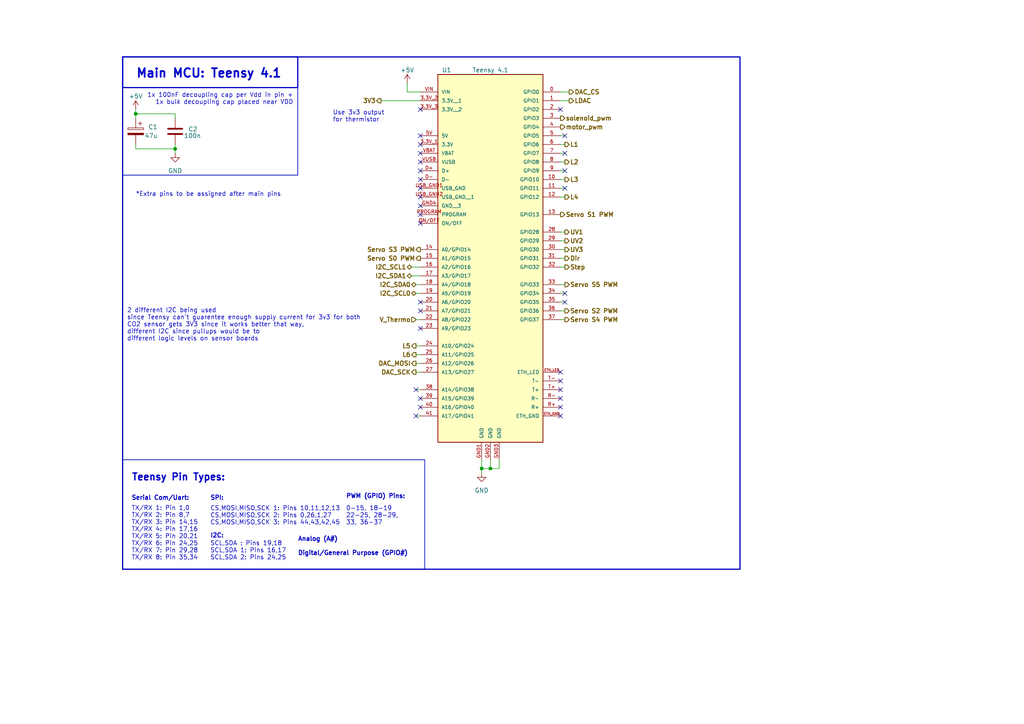
<source format=kicad_sch>
(kicad_sch (version 20231120) (generator "eeschema") (generator_version "8.0")
  (paper "A4")
  (title_block (title "MCU: Teensy 4.1") (date "2023-11-28") (rev "2") (company "Matthew Szalawiga"))
  (lib_symbols
    (symbol "Device:C" (pin_numbers hide) (pin_names (offset 0.254))
      (property "Reference" "C" (at 0.635 2.54 0))
      (property "Value" "C" (at 0.635 -2.54 0))
      (symbol "C_0_1"
        (polyline (pts (xy -2.032 -0.762) (xy 2.032 -0.762)) (stroke (width 0.508)))
        (polyline (pts (xy -2.032 0.762) (xy 2.032 0.762)) (stroke (width 0.508)))
      )
      (symbol "C_1_1"
        (pin passive line (at 0 3.81 270) (length 2.794) (name "~") (number "1"))
        (pin passive line (at 0 -3.81 90) (length 2.794) (name "~") (number "2"))
      )
    )
    (symbol "Device:C_Polarized" (pin_numbers hide) (pin_names (offset 0.254))
      (property "Reference" "C" (at 0.635 2.54 0))
      (property "Value" "C_Polarized" (at 0.635 -2.54 0))
      (symbol "C_Polarized_0_1"
        (rectangle (start -2.286 0.508) (end 2.286 1.016))
        (polyline (pts (xy -1.778 2.286) (xy -0.762 2.286)))
        (polyline (pts (xy -1.27 2.794) (xy -1.27 1.778)))
        (rectangle (start 2.286 -0.508) (end -2.286 -1.016) (fill (type outline)))
      )
      (symbol "C_Polarized_1_1"
        (pin passive line (at 0 3.81 270) (length 2.794) (name "~") (number "1"))
        (pin passive line (at 0 -3.81 90) (length 2.794) (name "~") (number "2"))
      )
    )
    (symbol "Teensy4-1:DEV-16771" (pin_names (offset 1.016))
      (property "Reference" "U1" (at 0 54.61 0))
      (property "Value" "Teensy 4.1" (at 0 52.07 0))
      (symbol "DEV-16771_0_0"
        (rectangle (start -15.24 50.8) (end 15.24 -55.88) (stroke (width 0.254)) (fill (type background)))
        (pin bidirectional line (at 20.32 45.72 180) (length 5.08) (name "GPIO0") (number "0"))
        (pin bidirectional line (at 20.32 43.18 180) (length 5.08) (name "GPIO1") (number "1"))
        (pin bidirectional line (at 20.32 20.32 180) (length 5.08) (name "GPIO10") (number "10"))
        (pin bidirectional line (at 20.32 17.78 180) (length 5.08) (name "GPIO11") (number "11"))
        (pin bidirectional line (at 20.32 15.24 180) (length 5.08) (name "GPIO12") (number "12"))
        (pin bidirectional line (at 20.32 10.16 180) (length 5.08) (name "GPIO13") (number "13"))
        (pin bidirectional line (at -20.32 0 0) (length 5.08) (name "A0/GPIO14") (number "14"))
        (pin bidirectional line (at -20.32 -2.54 0) (length 5.08) (name "A1/GPIO15") (number "15"))
        (pin bidirectional line (at -20.32 -5.08 0) (length 5.08) (name "A2/GPIO16") (number "16"))
        (pin bidirectional line (at -20.32 -7.62 0) (length 5.08) (name "A3/GPIO17") (number "17"))
        (pin bidirectional line (at -20.32 -10.16 0) (length 5.08) (name "A4/GPIO18") (number "18"))
        (pin bidirectional line (at -20.32 -12.7 0) (length 5.08) (name "A5/GPIO19") (number "19"))
        (pin output line (at 20.32 40.64 180) (length 5.08) (name "GPIO2") (number "2"))
        (pin bidirectional line (at -20.32 -15.24 0) (length 5.08) (name "A6/GPIO20") (number "20"))
        (pin bidirectional line (at -20.32 -17.78 0) (length 5.08) (name "A7/GPIO21") (number "21"))
        (pin bidirectional line (at -20.32 -20.32 0) (length 5.08) (name "A8/GPIO22") (number "22"))
        (pin bidirectional line (at -20.32 -22.86 0) (length 5.08) (name "A9/GPIO23") (number "23"))
        (pin bidirectional line (at -20.32 -27.94 0) (length 5.08) (name "A10/GPIO24") (number "24"))
        (pin bidirectional line (at -20.32 -30.48 0) (length 5.08) (name "A11/GPIO25") (number "25"))
        (pin bidirectional line (at -20.32 -33.02 0) (length 5.08) (name "A12/GPIO26") (number "26"))
        (pin bidirectional line (at -20.32 -35.56 0) (length 5.08) (name "A13/GPIO27") (number "27"))
        (pin bidirectional line (at 20.32 5.08 180) (length 5.08) (name "GPIO28") (number "28"))
        (pin bidirectional line (at 20.32 2.54 180) (length 5.08) (name "GPIO29") (number "29"))
        (pin bidirectional line (at 20.32 38.1 180) (length 5.08) (name "GPIO3") (number "3"))
        (pin power_in line (at -20.32 30.48 0) (length 5.08) (name "3.3V") (number "3.3V_1"))
        (pin power_out line (at -20.32 43.18 0) (length 5.08) (name "3.3V__1") (number "3.3V_2"))
        (pin power_out line (at -20.32 40.64 0) (length 5.08) (name "3.3V__2") (number "3.3V_3"))
        (pin bidirectional line (at 20.32 0 180) (length 5.08) (name "GPIO30") (number "30"))
        (pin bidirectional line (at 20.32 -2.54 180) (length 5.08) (name "GPIO31") (number "31"))
        (pin bidirectional line (at 20.32 -5.08 180) (length 5.08) (name "GPIO32") (number "32"))
        (pin bidirectional line (at 20.32 -10.16 180) (length 5.08) (name "GPIO33") (number "33"))
        (pin bidirectional line (at 20.32 -12.7 180) (length 5.08) (name "GPIO34") (number "34"))
        (pin bidirectional line (at 20.32 -15.24 180) (length 5.08) (name "GPIO35") (number "35"))
        (pin bidirectional line (at 20.32 -17.78 180) (length 5.08) (name "GPIO36") (number "36"))
        (pin bidirectional line (at 20.32 -20.32 180) (length 5.08) (name "GPIO37") (number "37"))
        (pin bidirectional line (at -20.32 -40.64 0) (length 5.08) (name "A14/GPIO38") (number "38"))
        (pin bidirectional line (at -20.32 -43.18 0) (length 5.08) (name "A15/GPIO39") (number "39"))
        (pin bidirectional line (at 20.32 35.56 180) (length 5.08) (name "GPIO4") (number "4"))
        (pin bidirectional line (at -20.32 -45.72 0) (length 5.08) (name "A16/GPIO40") (number "40"))
        (pin bidirectional line (at -20.32 -48.26 0) (length 5.08) (name "A17/GPIO41") (number "41"))
        (pin bidirectional line (at 20.32 33.02 180) (length 5.08) (name "GPIO5") (number "5"))
        (pin power_in line (at -20.32 33.02 0) (length 5.08) (name "5V") (number "5V"))
        (pin bidirectional line (at 20.32 30.48 180) (length 5.08) (name "GPIO6") (number "6"))
        (pin bidirectional line (at 20.32 27.94 180) (length 5.08) (name "GPIO7") (number "7"))
        (pin bidirectional line (at 20.32 25.4 180) (length 5.08) (name "GPIO8") (number "8"))
        (pin bidirectional line (at 20.32 22.86 180) (length 5.08) (name "GPIO9") (number "9"))
        (pin bidirectional line (at -20.32 22.86 0) (length 5.08) (name "D+") (number "D+"))
        (pin bidirectional line (at -20.32 20.32 0) (length 5.08) (name "D-") (number "D-"))
        (pin power_in line (at 20.32 -48.26 180) (length 5.08) (name "ETH_GND") (number "ETH_GND"))
        (pin bidirectional line (at 20.32 -35.56 180) (length 5.08) (name "ETH_LED") (number "ETH_LED"))
        (pin power_in line (at -2.54 -60.96 90) (length 5.08) (name "GND") (number "GND1"))
        (pin power_in line (at 0 -60.96 90) (length 5.08) (name "GND") (number "GND2"))
        (pin power_in line (at 2.54 -60.96 90) (length 5.08) (name "GND") (number "GND3"))
        (pin power_in line (at -20.32 12.7 0) (length 5.08) (name "GND__3") (number "GND4"))
        (pin bidirectional line (at -20.32 7.62 0) (length 5.08) (name "ON/OFF") (number "ON/OFF"))
        (pin bidirectional line (at -20.32 10.16 0) (length 5.08) (name "PROGRAM") (number "PROGRAM"))
        (pin bidirectional line (at 20.32 -45.72 180) (length 5.08) (name "R+") (number "R+"))
        (pin bidirectional line (at 20.32 -43.18 180) (length 5.08) (name "R-") (number "R-"))
        (pin bidirectional line (at 20.32 -40.64 180) (length 5.08) (name "T+") (number "T+"))
        (pin bidirectional line (at 20.32 -38.1 180) (length 5.08) (name "T-") (number "T-"))
        (pin power_in line (at -20.32 17.78 0) (length 5.08) (name "USB_GND") (number "USB_GND1"))
        (pin power_in line (at -20.32 15.24 0) (length 5.08) (name "USB_GND__1") (number "USB_GND2"))
        (pin passive line (at -20.32 27.94 0) (length 5.08) (name "VBAT") (number "VBAT"))
        (pin input line (at -20.32 45.72 0) (length 5.08) (name "VIN") (number "VIN"))
        (pin passive line (at -20.32 25.4 0) (length 5.08) (name "VUSB") (number "VUSB"))
      )
    )
    (symbol "power:+5V" (power) (pin_names (offset 0))
      (property "Value" "+5V" (at 0 3.556 0))
      (symbol "+5V_0_1"
        (polyline (pts (xy -0.762 1.27) (xy 0 2.54)))
        (polyline (pts (xy 0 0) (xy 0 2.54)))
        (polyline (pts (xy 0 2.54) (xy 0.762 1.27)))
      )
      (symbol "+5V_1_1"
        (pin power_in line (at 0 0 90) (length 0) hide (name "+5V") (number "1"))
      )
    )
    (symbol "power:GND" (power) (pin_names (offset 0))
      (property "Value" "GND" (at 0 -3.81 0))
      (symbol "GND_0_1"
        (polyline (pts (xy 0 0) (xy 0 -1.27) (xy 1.27 -1.27) (xy 0 -2.54) (xy -1.27 -1.27) (xy 0 -1.27)))
      )
      (symbol "GND_1_1"
        (pin power_in line (at 0 0 270) (length 0) hide (name "GND") (number "1"))
      )
    )
  )
  (junction (at 50.8 43.18))
  (junction (at 142.24 135.89))
  (junction (at 139.7 135.89))
  (junction (at 39.37 33.02))
  (no_connect (at 163.83 39.37))
  (no_connect (at 163.83 54.61))
  (no_connect (at 162.56 107.95))
  (no_connect (at 121.92 87.63))
  (no_connect (at 163.83 49.53))
  (no_connect (at 121.92 62.23))
  (no_connect (at 121.92 90.17))
  (no_connect (at 163.83 87.63))
  (no_connect (at 162.56 118.11))
  (no_connect (at 120.65 120.65))
  (no_connect (at 121.92 49.53))
  (no_connect (at 121.92 46.99))
  (no_connect (at 121.92 31.75))
  (no_connect (at 162.56 120.65))
  (no_connect (at 121.92 95.25))
  (no_connect (at 121.92 57.15))
  (no_connect (at 163.83 44.45))
  (no_connect (at 121.92 41.91))
  (no_connect (at 163.83 85.09))
  (no_connect (at 121.92 52.07))
  (no_connect (at 121.92 118.11))
  (no_connect (at 162.56 110.49))
  (no_connect (at 120.65 113.03))
  (no_connect (at 162.56 115.57))
  (no_connect (at 121.92 115.57))
  (no_connect (at 162.56 31.75))
  (no_connect (at 121.92 59.69))
  (no_connect (at 121.92 64.77))
  (no_connect (at 162.56 113.03))
  (no_connect (at 121.92 39.37))
  (no_connect (at 121.92 44.45))
  (no_connect (at 121.92 54.61))
  (wire (pts (xy 50.8 41.91) (xy 50.8 43.18)))
  (wire (pts (xy 142.24 135.89) (xy 139.7 135.89)))
  (wire (pts (xy 39.37 31.75) (xy 39.37 33.02)))
  (wire (pts (xy 50.8 43.18) (xy 50.8 44.45)))
  (wire (pts (xy 163.83 52.07) (xy 162.56 52.07)))
  (wire (pts (xy 120.65 92.71) (xy 121.92 92.71)))
  (wire (pts (xy 120.65 82.55) (xy 121.92 82.55)))
  (wire (pts (xy 120.65 105.41) (xy 121.92 105.41)))
  (wire (pts (xy 144.78 135.89) (xy 142.24 135.89)))
  (wire (pts (xy 163.83 74.93) (xy 162.56 74.93)))
  (wire (pts (xy 139.7 135.89) (xy 139.7 137.16)))
  (wire (pts (xy 163.83 90.17) (xy 162.56 90.17)))
  (wire (pts (xy 163.83 69.85) (xy 162.56 69.85)))
  (wire (pts (xy 163.83 41.91) (xy 162.56 41.91)))
  (wire (pts (xy 119.38 80.01) (xy 121.92 80.01)))
  (wire (pts (xy 120.65 120.65) (xy 121.92 120.65)))
  (wire (pts (xy 120.65 100.33) (xy 121.92 100.33)))
  (wire (pts (xy 110.49 29.21) (xy 121.92 29.21)))
  (wire (pts (xy 163.83 85.09) (xy 162.56 85.09)))
  (wire (pts (xy 163.83 92.71) (xy 162.56 92.71)))
  (wire (pts (xy 163.83 72.39) (xy 162.56 72.39)))
  (wire (pts (xy 118.11 26.67) (xy 118.11 24.13)))
  (wire (pts (xy 119.38 77.47) (xy 121.92 77.47)))
  (wire (pts (xy 163.83 39.37) (xy 162.56 39.37)))
  (wire (pts (xy 142.24 133.35) (xy 142.24 135.89)))
  (wire (pts (xy 144.78 133.35) (xy 144.78 135.89)))
  (wire (pts (xy 120.65 113.03) (xy 121.92 113.03)))
  (wire (pts (xy 163.83 46.99) (xy 162.56 46.99)))
  (wire (pts (xy 120.65 107.95) (xy 121.92 107.95)))
  (wire (pts (xy 50.8 33.02) (xy 50.8 34.29)))
  (wire (pts (xy 163.83 82.55) (xy 162.56 82.55)))
  (wire (pts (xy 120.65 85.09) (xy 121.92 85.09)))
  (wire (pts (xy 121.92 26.67) (xy 118.11 26.67)))
  (wire (pts (xy 139.7 133.35) (xy 139.7 135.89)))
  (wire (pts (xy 39.37 33.02) (xy 50.8 33.02)))
  (wire (pts (xy 163.83 44.45) (xy 162.56 44.45)))
  (wire (pts (xy 39.37 43.18) (xy 50.8 43.18)))
  (wire (pts (xy 39.37 41.91) (xy 39.37 43.18)))
  (wire (pts (xy 163.83 87.63) (xy 162.56 87.63)))
  (wire (pts (xy 163.83 49.53) (xy 162.56 49.53)))
  (wire (pts (xy 163.83 67.31) (xy 162.56 67.31)))
  (wire (pts (xy 120.65 102.87) (xy 121.92 102.87)))
  (wire (pts (xy 163.83 57.15) (xy 162.56 57.15)))
  (wire (pts (xy 165.1 29.21) (xy 162.56 29.21)))
  (wire (pts (xy 163.83 77.47) (xy 162.56 77.47)))
  (wire (pts (xy 165.1 26.67) (xy 162.56 26.67)))
  (wire (pts (xy 163.83 54.61) (xy 162.56 54.61)))
  (wire (pts (xy 39.37 33.02) (xy 39.37 34.29)))
  (rectangle (start 35.56 133.35) (end 123.19 165.1) (stroke (width 0.2)))
  (rectangle (start 35.56 16.51) (end 214.63 165.1) (stroke (width 0.35)))
  (rectangle (start 35.56 25.4) (end 86.36 50.8) (stroke (width 0.2)))
  (rectangle (start 35.56 16.51) (end 86.36 25.4) (stroke (width 0.35)))
  (text "2 different I2C being used \nsince Teensy can't guarentee enough supply current for 3v3 for both\nCO2 sensor gets 3V3 since it works better that way, \ndifferent I2C since pullups would be to \ndifferent logic levels on sensor boards" (at 36.83 99.06 0) (effects (font (size 1.27 1.27)) (justify left bottom)))
  (text "1x 100nF decoupling cap per Vdd in pin +\n1x bulk decoupling cap placed near VDD" (at 85.09 30.48 0) (effects (font (size 1.27 1.27)) (justify right bottom)))
  (text "SCL,SDA : Pins 19,18\nSCL,SDA 1: Pins 16,17\nSCL,SDA 2: Pins 24,25" (at 60.96 162.56 0) (effects (font (size 1.27 1.27)) (justify left bottom)))
  (text "Analog (A#)\n\nDigital/General Purpose (GPIO#)" (at 86.36 161.29 0) (effects (font (size 1.27 1.27) (thickness 0.254) (bold yes)) (justify left bottom)))
  (text "0-15, 18-19\n22-25, 28-29,\n33, 36-37" (at 100.33 152.4 0) (effects (font (size 1.27 1.27)) (justify left bottom)))
  (text "I2C:" (at 60.96 156.21 0) (effects (font (size 1.27 1.27) (bold yes)) (justify left bottom)))
  (text "\nTX/RX 1: Pin 1,0\nTX/RX 2: Pin 8,7\nTX/RX 3: Pin 14,15\nTX/RX 4: Pin 17,16\nTX/RX 5: Pin 20,21\nTX/RX 6: Pin 24,25\nTX/RX 7: Pin 29,28\nTX/RX 8: Pin 35,34" (at 38.1 162.56 0) (effects (font (size 1.27 1.27)) (justify left bottom)))
  (text "Serial Com/Uart:\n\n" (at 38.1 147.32 0) (effects (font (size 1.27 1.27) (thickness 0.254) (bold yes)) (justify left bottom)))
  (text "Teensy Pin Types:" (at 38.1 139.7 0) (effects (font (size 2 2) (thickness 0.4) (bold yes)) (justify left bottom)))
  (text "*Extra pins to be assigned after main pins" (at 39.37 57.15 0) (effects (font (size 1.27 1.27)) (justify left bottom)))
  (text "Use 3v3 output\nfor thermistor\n" (at 96.52 35.56 0) (effects (font (size 1.27 1.27)) (justify left bottom)))
  (text "Main MCU: Teensy 4.1" (at 39.37 22.86 0) (effects (font (size 2.5 2.5) (bold yes)) (justify left bottom)))
  (text "CS,MOSI,MISO,SCK 1: Pins 10,11,12,13\nCS,MOSI,MISO,SCK 2: Pins 0,26,1,27\nCS,MOSI,MISO,SCK 3: Pins 44,43,42,45" (at 60.96 152.4 0) (effects (font (size 1.27 1.27)) (justify left bottom)))
  (text "PWM (GPIO) Pins:" (at 100.33 144.78 0) (effects (font (size 1.27 1.27) (bold yes)) (justify left bottom)))
  (text "SPI:\n\n" (at 60.96 147.32 0) (effects (font (size 1.27 1.27) (thickness 0.254) (bold yes)) (justify left bottom)))
  (hierarchical_label "LDAC" (shape output) (at 165.1 29.21 0) (effects (font (bold yes))))
  (hierarchical_label "I2C_SDA0" (shape bidirectional) (at 120.65 82.55 180) (effects (font (thickness 0.254) (bold yes))))
  (hierarchical_label "DAC_CS" (shape output) (at 165.1 26.67 0) (effects (font (bold yes))))
  (hierarchical_label "Servo S0 PWM" (shape output) (at 121.92 74.93 180) (effects (font (bold yes))))
  (hierarchical_label "Servo S4 PWM" (shape output) (at 163.83 92.71 0) (effects (font (bold yes))))
  (hierarchical_label "Dir" (shape output) (at 163.83 74.93 0) (effects (font (bold yes))))
  (hierarchical_label "Servo S3 PWM" (shape output) (at 121.92 72.39 180) (effects (font (bold yes))))
  (hierarchical_label "L4" (shape output) (at 163.83 57.15 0) (effects (font (thickness 0.254) (bold yes))))
  (hierarchical_label "motor_pwm" (shape output) (at 162.56 36.83 0) (effects (font (bold yes))))
  (hierarchical_label "L6" (shape output) (at 120.65 102.87 180) (effects (font (thickness 0.254) (bold yes))))
  (hierarchical_label "I2C_SDA1" (shape bidirectional) (at 119.38 80.01 180) (effects (font (thickness 0.254) (bold yes))))
  (hierarchical_label "Servo S5 PWM" (shape output) (at 163.83 82.55 0) (effects (font (bold yes))))
  (hierarchical_label "Servo S2 PWM" (shape output) (at 163.83 90.17 0) (effects (font (bold yes))))
  (hierarchical_label "UV3" (shape output) (at 163.83 72.39 0) (effects (font (thickness 0.254) (bold yes))))
  (hierarchical_label "Step" (shape output) (at 163.83 77.47 0) (effects (font (bold yes))))
  (hierarchical_label "DAC_MOSI" (shape output) (at 120.65 105.41 180) (effects (font (bold yes))))
  (hierarchical_label "3V3" (shape output) (at 110.49 29.21 180) (effects (font (bold yes))))
  (hierarchical_label "I2C_SCL0" (shape bidirectional) (at 120.65 85.09 180) (effects (font (thickness 0.254) (bold yes))))
  (hierarchical_label "L5" (shape output) (at 120.65 100.33 180) (effects (font (thickness 0.254) (bold yes))))
  (hierarchical_label "V_Thermo" (shape input) (at 120.65 92.71 180) (effects (font (thickness 0.254) (bold yes))))
  (hierarchical_label "L2" (shape output) (at 163.83 46.99 0) (effects (font (thickness 0.254) (bold yes))))
  (hierarchical_label "L3" (shape output) (at 163.83 52.07 0) (effects (font (thickness 0.254) (bold yes))))
  (hierarchical_label "I2C_SCL1" (shape bidirectional) (at 119.38 77.47 180) (effects (font (thickness 0.254) (bold yes))))
  (hierarchical_label "UV2" (shape output) (at 163.83 69.85 0) (effects (font (thickness 0.254) (bold yes))))
  (hierarchical_label "solenoid_pwm" (shape output) (at 162.56 34.29 0) (effects (font (bold yes))))
  (hierarchical_label "Servo S1 PWM" (shape output) (at 162.56 62.23 0) (effects (font (bold yes))))
  (hierarchical_label "L1" (shape output) (at 163.83 41.91 0) (effects (font (thickness 0.254) (bold yes))))
  (hierarchical_label "DAC_SCK" (shape output) (at 120.65 107.95 180) (effects (font (bold yes))))
  (hierarchical_label "UV1" (shape output) (at 163.83 67.31 0) (effects (font (thickness 0.254) (bold yes))))
  (symbol (lib_id "power:GND") (at 50.8 44.45 0) (mirror y) (unit 1)
    (property "Reference" "#PWR030" (effects (hide yes)))
    (property "Value" "GND" (at 50.8 49.53 0))
  )
  (symbol (lib_id "Device:C") (at 50.8 38.1 0) (unit 1)
    (property "Reference" "C2" (at 54.61 37.465 0) (effects (justify left)))
    (property "Value" "100n" (at 53.34 39.37 0) (effects (justify left)))
    (property "Footprint" "Capacitor_SMD:C_0603_1608Metric" (effects (hide yes)))
  )
  (symbol (lib_id "power:+5V") (at 118.11 24.13 0) (unit 1)
    (property "Reference" "#PWR028" (effects (hide yes)))
    (property "Value" "+5V" (at 118.11 20.32 0))
  )
  (symbol (lib_id "Device:C_Polarized") (at 39.37 38.1 0) (mirror y) (unit 1)
    (property "Reference" "C1" (at 45.72 36.83 0) (effects (justify left)))
    (property "Value" "47u" (at 45.72 39.37 0) (effects (justify left)))
    (property "Footprint" "Capacitor_THT:CP_Radial_D5.0mm_P2.50mm" (effects (hide yes)))
  )
  (symbol (lib_id "power:+5V") (at 39.37 31.75 0) (mirror y) (unit 1)
    (property "Reference" "#PWR029" (effects (hide yes)))
    (property "Value" "+5V" (at 39.37 27.94 0))
  )
  (symbol (lib_id "power:GND") (at 139.7 137.16 0) (unit 1)
    (property "Reference" "#PWR01" (effects (hide yes)))
    (property "Value" "GND" (at 139.7 142.24 0))
  )
  (symbol (lib_id "Teensy4-1:DEV-16771") (at 142.24 72.39 0) (unit 1)
    (property "Reference" "U1" (at 129.54 20.32 0))
    (property "Value" "Teensy 4.1" (at 142.24 20.32 0))
    (property "Footprint" "Footprint_LIB:Teensy4-1" (effects (hide yes)))
    (property "PARTREV" "4.1" (effects (hide yes)))
    (property "MANUFACTURER" "SparkFun Electronics" (effects (hide yes)))
    (property "MAXIMUM_PACKAGE_HEIGHT" "4.07mm" (effects (hide yes)))
    (property "STANDARD" "Manufacturer recommendations" (effects (hide yes)))
  )
)
</source>
